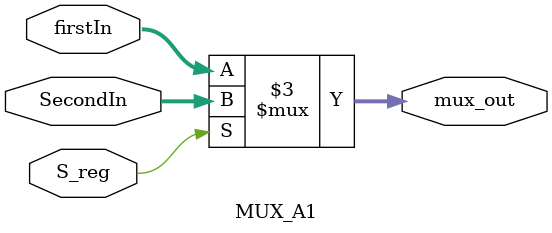
<source format=sv>
`timescale 1ns / 1ps


module MUX_A1 #(parameter bits = 8)(
input logic S_reg,                             // for imm or store in Reg
input logic [bits - 1 : 0]firstIn,                 // which is from the ALU
input logic [bits - 1 : 0]SecondIn,        // imm
output logic [bits - 1 : 0]mux_out
    );
    
always @ (S_reg, firstIn, SecondIn)
begin 
    if (S_reg)
       mux_out = SecondIn;
    else   
       mux_out = firstIn;
end

endmodule

</source>
